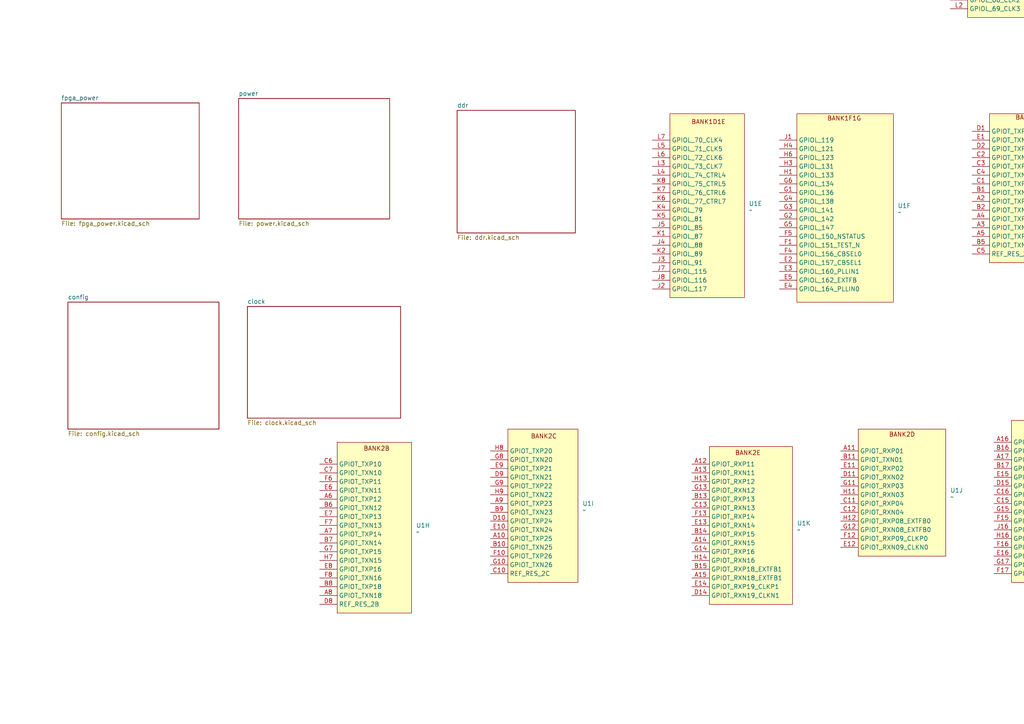
<source format=kicad_sch>
(kicad_sch (version 20231120) (generator "eeschema") (generator_version "8.0")
  (paper "A4")
  (lib_symbols
    (symbol "IC:T120F484"
      (property "Reference" "U" (at 3.81 -0.508 0))
      (symbol "T120F484_1_1"
        (rectangle (start 5.08 0) (end 20.32 -160.02) (fill (type background)))
        (text "GND" (at 12.7 -1.27 0) (effects (font (size 1.27 1.27))))
        (pin passive line (at 0 -2.54 0) (length 5.08) (name "GND") (number "A1"))
        (pin passive line (at 0 -5.08 0) (length 5.08) (name "GND") (number "A22"))
        (pin passive line (at 0 -7.62 0) (length 5.08) (name "GND") (number "AB1"))
        (pin passive line (at 0 -10.16 0) (length 5.08) (name "GND") (number "AB22"))
        (pin passive line (at 0 -12.7 0) (length 5.08) (name "GND") (number "B12"))
        (pin passive line (at 0 -15.24 0) (length 5.08) (name "GND") (number "B4"))
        (pin passive line (at 0 -17.78 0) (length 5.08) (name "GND") (number "D13"))
        (pin passive line (at 0 -20.32 0) (length 5.08) (name "GND") (number "D16"))
        (pin passive line (at 0 -22.86 0) (length 5.08) (name "GND") (number "D4"))
        (pin passive line (at 0 -25.4 0) (length 5.08) (name "GND") (number "D7"))
        (pin passive line (at 0 -27.94 0) (length 5.08) (name "GND") (number "E18"))
        (pin passive line (at 0 -30.48 0) (length 5.08) (name "GND") (number "E20"))
        (pin passive line (at 0 -33.02 0) (length 5.08) (name "GND") (number "F22"))
        (pin passive line (at 0 -35.56 0) (length 5.08) (name "GND") (number "H15"))
        (pin passive line (at 0 -38.1 0) (length 5.08) (name "GND") (number "H17"))
        (pin passive line (at 0 -40.64 0) (length 5.08) (name "GND") (number "H2"))
        (pin passive line (at 0 -43.18 0) (length 5.08) (name "GND") (number "H22"))
        (pin passive line (at 0 -45.72 0) (length 5.08) (name "GND") (number "H5"))
        (pin passive line (at 0 -48.26 0) (length 5.08) (name "GND") (number "J10"))
        (pin passive line (at 0 -50.8 0) (length 5.08) (name "GND") (number "J12"))
        (pin passive line (at 0 -53.34 0) (length 5.08) (name "GND") (number "J14"))
        (pin passive line (at 0 -55.88 0) (length 5.08) (name "GND") (number "J20"))
        (pin passive line (at 0 -58.42 0) (length 5.08) (name "GND") (number "K11"))
        (pin passive line (at 0 -60.96 0) (length 5.08) (name "GND") (number "K13"))
        (pin passive line (at 0 -63.5 0) (length 5.08) (name "GND") (number "K16"))
        (pin passive line (at 0 -66.04 0) (length 5.08) (name "GND") (number "K18"))
        (pin passive line (at 0 -68.58 0) (length 5.08) (name "GND") (number "K9"))
        (pin passive line (at 0 -71.12 0) (length 5.08) (name "GND") (number "L10"))
        (pin passive line (at 0 -73.66 0) (length 5.08) (name "GND") (number "L12"))
        (pin passive line (at 0 -76.2 0) (length 5.08) (name "GND") (number "L14"))
        (pin passive line (at 0 -78.74 0) (length 5.08) (name "GND") (number "L8"))
        (pin passive line (at 0 -81.28 0) (length 5.08) (name "GND") (number "M11"))
        (pin passive line (at 0 -83.82 0) (length 5.08) (name "GND") (number "M13"))
        (pin passive line (at 0 -86.36 0) (length 5.08) (name "GND") (number "M2"))
        (pin passive line (at 0 -88.9 0) (length 5.08) (name "GND") (number "M5"))
        (pin passive line (at 0 -91.44 0) (length 5.08) (name "GND") (number "M9"))
        (pin passive line (at 0 -93.98 0) (length 5.08) (name "GND") (number "N10"))
        (pin passive line (at 0 -96.52 0) (length 5.08) (name "GND") (number "N12"))
        (pin passive line (at 0 -99.06 0) (length 5.08) (name "GND") (number "N14"))
        (pin passive line (at 0 -101.6 0) (length 5.08) (name "GND") (number "N16"))
        (pin passive line (at 0 -104.14 0) (length 5.08) (name "GND") (number "N18"))
        (pin passive line (at 0 -106.68 0) (length 5.08) (name "GND") (number "N20"))
        (pin passive line (at 0 -109.22 0) (length 5.08) (name "GND") (number "N22"))
        (pin passive line (at 0 -111.76 0) (length 5.08) (name "GND") (number "N8"))
        (pin passive line (at 0 -114.3 0) (length 5.08) (name "GND") (number "P11"))
        (pin passive line (at 0 -116.84 0) (length 5.08) (name "GND") (number "P13"))
        (pin passive line (at 0 -119.38 0) (length 5.08) (name "GND") (number "P9"))
        (pin passive line (at 0 -121.92 0) (length 5.08) (name "GND") (number "T16"))
        (pin passive line (at 0 -124.46 0) (length 5.08) (name "GND") (number "T18"))
        (pin passive line (at 0 -127 0) (length 5.08) (name "GND") (number "T2"))
        (pin passive line (at 0 -129.54 0) (length 5.08) (name "GND") (number "T5"))
        (pin passive line (at 0 -132.08 0) (length 5.08) (name "GND") (number "T7"))
        (pin passive line (at 0 -134.62 0) (length 5.08) (name "GND") (number "U20"))
        (pin passive line (at 0 -137.16 0) (length 5.08) (name "GND") (number "U22"))
        (pin passive line (at 0 -139.7 0) (length 5.08) (name "GND") (number "W13"))
        (pin passive line (at 0 -142.24 0) (length 5.08) (name "GND") (number "W18"))
        (pin passive line (at 0 -144.78 0) (length 5.08) (name "GND") (number "Y11"))
        (pin passive line (at 0 -147.32 0) (length 5.08) (name "GND") (number "Y15"))
        (pin passive line (at 0 -149.86 0) (length 5.08) (name "GND") (number "Y2"))
        (pin passive line (at 0 -152.4 0) (length 5.08) (name "GND") (number "Y20"))
        (pin passive line (at 0 -154.94 0) (length 5.08) (name "GND") (number "Y5"))
        (pin passive line (at 0 -157.48 0) (length 5.08) (name "GND") (number "Y8"))
      )
      (symbol "T120F484_2_1"
        (rectangle (start -8.89 -3.81) (end 16.51 -160.02) (fill (type background)))
        (text "PWR" (at 3.81 -5.588 0) (effects (font (size 1.27 1.27))))
        (pin power_in line (at -13.97 -134.62 0) (length 5.08) (name "VCCIO4B") (number "AA14"))
        (pin power_in line (at -13.97 -24.13 0) (length 5.08) (name "VCCIO_DDR") (number "AA17"))
        (pin power_in line (at -13.97 -26.67 0) (length 5.08) (name "VCCIO_DDR") (number "AA19"))
        (pin power_in line (at -13.97 -29.21 0) (length 5.08) (name "VCCIO_DDR") (number "AA21"))
        (pin power_in line (at -13.97 -154.94 0) (length 5.08) (name "VCCIO4F") (number "AA4"))
        (pin power_in line (at -13.97 -124.46 0) (length 5.08) (name "VCCIO3D_TR_BR") (number "B18"))
        (pin power_in line (at -13.97 -93.98 0) (length 5.08) (name "VCCIO2A") (number "B3"))
        (pin power_in line (at -13.97 -114.3 0) (length 5.08) (name "VCCIO2E") (number "C14"))
        (pin power_in line (at -13.97 -119.38 0) (length 5.08) (name "VCCIO2F") (number "C17"))
        (pin power_in line (at -13.97 -127 0) (length 5.08) (name "VCCIO3D_TR_BR") (number "C20"))
        (pin power_in line (at -13.97 -99.06 0) (length 5.08) (name "VCCIO2B") (number "C8"))
        (pin power_in line (at -13.97 -104.14 0) (length 5.08) (name "VCCIO2C") (number "C9"))
        (pin power_in line (at -13.97 -109.22 0) (length 5.08) (name "VCCIO2D") (number "D12"))
        (pin power_in line (at -13.97 -16.51 0) (length 5.08) (name "VCCA_TR") (number "D17"))
        (pin power_in line (at -13.97 -96.52 0) (length 5.08) (name "VCCIO2A") (number "D3"))
        (pin power_in line (at -13.97 -13.97 0) (length 5.08) (name "VCCA_TL") (number "D5"))
        (pin power_in line (at -13.97 -101.6 0) (length 5.08) (name "VCCIO2B") (number "D6"))
        (pin power_in line (at -13.97 -19.05 0) (length 5.08) (name "VCCA_TR") (number "E17"))
        (pin power_in line (at -13.97 -111.76 0) (length 5.08) (name "VCCIO2D") (number "F11"))
        (pin power_in line (at -13.97 -116.84 0) (length 5.08) (name "VCCIO2E") (number "F14"))
        (pin power_in line (at -13.97 -31.75 0) (length 5.08) (name "VCCIO_DDR") (number "F19"))
        (pin power_in line (at -13.97 -88.9 0) (length 5.08) (name "VCCIO1F_1G") (number "F2"))
        (pin power_in line (at -13.97 -34.29 0) (length 5.08) (name "VCCIO_DDR") (number "F21"))
        (pin power_in line (at -13.97 -91.44 0) (length 5.08) (name "VCCIO1F_1G") (number "F3"))
        (pin power_in line (at -13.97 -106.68 0) (length 5.08) (name "VCCIO2C") (number "F9"))
        (pin power_in line (at -13.97 -121.92 0) (length 5.08) (name "VCCIO2F") (number "G16"))
        (pin power_in line (at -13.97 -36.83 0) (length 5.08) (name "VCCIO_DDR") (number "G18"))
        (pin power_in line (at 21.59 -6.35 180) (length 5.08) (name "VCC") (number "H10"))
        (pin power_in line (at 21.59 -8.89 180) (length 5.08) (name "VCC") (number "J11"))
        (pin power_in line (at 21.59 -11.43 180) (length 5.08) (name "VCC") (number "J13"))
        (pin power_in line (at 21.59 -13.97 180) (length 5.08) (name "VCC") (number "J15"))
        (pin power_in line (at -13.97 -39.37 0) (length 5.08) (name "VCCIO_DDR") (number "J17"))
        (pin power_in line (at -13.97 -41.91 0) (length 5.08) (name "VCCIO_DDR") (number "J19"))
        (pin power_in line (at -13.97 -44.45 0) (length 5.08) (name "VCCIO_DDR") (number "J21"))
        (pin power_in line (at -13.97 -83.82 0) (length 5.08) (name "VCCIO1D_1E") (number "J6"))
        (pin power_in line (at 21.59 -16.51 180) (length 5.08) (name "VCC") (number "J9"))
        (pin power_in line (at 21.59 -19.05 180) (length 5.08) (name "VCC") (number "K10"))
        (pin power_in line (at 21.59 -21.59 180) (length 5.08) (name "VCC") (number "K12"))
        (pin power_in line (at 21.59 -24.13 180) (length 5.08) (name "VCC") (number "K14"))
        (pin power_in line (at -13.97 -86.36 0) (length 5.08) (name "VCCIO1D_1E") (number "K3"))
        (pin power_in line (at 21.59 -26.67 180) (length 5.08) (name "VCC") (number "L11"))
        (pin power_in line (at 21.59 -29.21 180) (length 5.08) (name "VCC") (number "L13"))
        (pin power_in line (at 21.59 -31.75 180) (length 5.08) (name "VCC") (number "L9"))
        (pin power_in line (at 21.59 -34.29 180) (length 5.08) (name "VCC") (number "M10"))
        (pin power_in line (at 21.59 -36.83 180) (length 5.08) (name "VCC") (number "M12"))
        (pin power_in line (at 21.59 -39.37 180) (length 5.08) (name "VCC") (number "M14"))
        (pin power_in line (at -13.97 -46.99 0) (length 5.08) (name "VCCIO_DDR") (number "M17"))
        (pin power_in line (at -13.97 -49.53 0) (length 5.08) (name "VCCIO_DDR") (number "M19"))
        (pin power_in line (at -13.97 -52.07 0) (length 5.08) (name "VCCIO_DDR") (number "M21"))
        (pin power_in line (at 21.59 -41.91 180) (length 5.08) (name "VCC") (number "M8"))
        (pin power_in line (at 21.59 -44.45 180) (length 5.08) (name "VCC") (number "N11"))
        (pin power_in line (at 21.59 -46.99 180) (length 5.08) (name "VCC") (number "N13"))
        (pin power_in line (at -13.97 -8.89 0) (length 5.08) (name "VCCA_BR") (number "N15"))
        (pin power_in line (at -13.97 -76.2 0) (length 5.08) (name "VCCIO1B_1C") (number "N3"))
        (pin power_in line (at -13.97 -78.74 0) (length 5.08) (name "VCCIO1B_1C") (number "N6"))
        (pin power_in line (at 21.59 -49.53 180) (length 5.08) (name "VCC") (number "N9"))
        (pin power_in line (at 21.59 -52.07 180) (length 5.08) (name "VCC") (number "P10"))
        (pin power_in line (at 21.59 -54.61 180) (length 5.08) (name "VCC") (number "P12"))
        (pin power_in line (at 21.59 -57.15 180) (length 5.08) (name "VCC") (number "P14"))
        (pin power_in line (at -13.97 -11.43 0) (length 5.08) (name "VCCA_BR") (number "P15"))
        (pin power_in line (at 21.59 -59.69 180) (length 5.08) (name "VCC") (number "R11"))
        (pin power_in line (at -13.97 -54.61 0) (length 5.08) (name "VCCIO_DDR") (number "R17"))
        (pin power_in line (at -13.97 -57.15 0) (length 5.08) (name "VCCIO_DDR") (number "R19"))
        (pin power_in line (at -13.97 -59.69 0) (length 5.08) (name "VCCIO_DDR") (number "R21"))
        (pin power_in line (at -13.97 -81.28 0) (length 5.08) (name "VCCIO1B_1C") (number "R5"))
        (pin power_in line (at -13.97 -149.86 0) (length 5.08) (name "VCCIO4E") (number "R9"))
        (pin power_in line (at -13.97 -139.7 0) (length 5.08) (name "VCCIO4C") (number "T11"))
        (pin power_in line (at -13.97 -144.78 0) (length 5.08) (name "VCCIO4D") (number "T9"))
        (pin power_in line (at -13.97 -129.54 0) (length 5.08) (name "VCCIO4A") (number "U15"))
        (pin power_in line (at -13.97 -73.66 0) (length 5.08) (name "VCCIO1A") (number "U3"))
        (pin power_in line (at -13.97 -137.16 0) (length 5.08) (name "VCCIO4B") (number "V13"))
        (pin power_in line (at -13.97 -62.23 0) (length 5.08) (name "VCCIO_DDR") (number "V17"))
        (pin power_in line (at -13.97 -64.77 0) (length 5.08) (name "VCCIO_DDR") (number "V19"))
        (pin power_in line (at -13.97 -67.31 0) (length 5.08) (name "VCCIO_DDR") (number "V21"))
        (pin power_in line (at -13.97 -6.35 0) (length 5.08) (name "VCCA_BL") (number "W5"))
        (pin power_in line (at -13.97 -152.4 0) (length 5.08) (name "VCCIO4E") (number "W7"))
        (pin power_in line (at -13.97 -142.24 0) (length 5.08) (name "VCCIO4C") (number "Y12"))
        (pin power_in line (at -13.97 -132.08 0) (length 5.08) (name "VCCIO4A") (number "Y16"))
        (pin power_in line (at -13.97 -157.48 0) (length 5.08) (name "VCCIO4F") (number "Y3"))
        (pin power_in line (at -13.97 -147.32 0) (length 5.08) (name "VCCIO4D") (number "Y9"))
      )
      (symbol "T120F484_3_1"
        (rectangle (start 5.08 0) (end 33.02 -40.64) (fill (type background)))
        (text "BANK1A" (at 19.558 -1.27 0) (effects (font (size 1.27 1.27))))
        (pin input line (at 0 -30.48 0) (length 5.08) (name "TCK") (number "T1"))
        (pin output line (at 0 -35.56 0) (length 5.08) (name "TDO") (number "T3"))
        (pin bidirectional line (at 0 -27.94 0) (length 5.08) (name "GPIOL_13_CBUS2") (number "T4"))
        (pin input line (at 0 -38.1 0) (length 5.08) (name "TMS") (number "U1"))
        (pin input line (at 0 -33.02 0) (length 5.08) (name "TDI") (number "U2"))
        (pin bidirectional line (at 0 -22.86 0) (length 5.08) (name "GPIOL_11_CBUS0") (number "U4"))
        (pin bidirectional line (at 0 -15.24 0) (length 5.08) (name "GPIOL_05_CSO") (number "U5"))
        (pin bidirectional line (at 0 -25.4 0) (length 5.08) (name "GPIOL_12_CBUS1") (number "U6"))
        (pin bidirectional line (at 0 -20.32 0) (length 5.08) (name "GPIOL_09_CDI1") (number "V1"))
        (pin bidirectional line (at 0 -17.78 0) (length 5.08) (name "GPIOL_08_CDI0") (number "V2"))
        (pin bidirectional line (at 0 -7.62 0) (length 5.08) (name "GPIOL_00_SS_N") (number "V3"))
        (pin input line (at 0 -5.08 0) (length 5.08) (name "CRESET_N") (number "V4"))
        (pin output line (at 0 -2.54 0) (length 5.08) (name "CDONE") (number "V5"))
        (pin bidirectional line (at 0 -12.7 0) (length 5.08) (name "GPIOL_04_CSI") (number "V6"))
        (pin bidirectional line (at 0 -10.16 0) (length 5.08) (name "GPIOL_01_CCK") (number "W1"))
      )
      (symbol "T120F484_4_1"
        (rectangle (start 5.08 3.81) (end 30.48 -73.66) (fill (type background)))
        (text "BANK1B1C" (at 19.05 1.778 0) (effects (font (size 1.27 1.27))))
        (pin bidirectional line (at 0 -68.58 0) (length 5.08) (name "GPIOL_68_CLK2") (number "L1"))
        (pin bidirectional line (at 0 -71.12 0) (length 5.08) (name "GPIOL_69_CLK3") (number "L2"))
        (pin bidirectional line (at 0 -60.96 0) (length 5.08) (name "GPIOL_65_CTRL3") (number "M1"))
        (pin bidirectional line (at 0 -66.04 0) (length 5.08) (name "GPIOL_67_CLK1") (number "M3"))
        (pin bidirectional line (at 0 -58.42 0) (length 5.08) (name "GPIOL_64_CTRL2") (number "M4"))
        (pin bidirectional line (at 0 -63.5 0) (length 5.08) (name "GPIOL_66_CLK0") (number "M6"))
        (pin bidirectional line (at 0 -50.8 0) (length 5.08) (name "GPIOL_58") (number "M7"))
        (pin bidirectional line (at 0 -53.34 0) (length 5.08) (name "GPIOL_62_CTRL0") (number "N1"))
        (pin bidirectional line (at 0 -55.88 0) (length 5.08) (name "GPIOL_63_CTRL1") (number "N2"))
        (pin bidirectional line (at 0 -48.26 0) (length 5.08) (name "GPIOL_56") (number "N4"))
        (pin bidirectional line (at 0 -45.72 0) (length 5.08) (name "GPIOL_53") (number "N5"))
        (pin bidirectional line (at 0 -27.94 0) (length 5.08) (name "GPIOL_40") (number "N7"))
        (pin bidirectional line (at 0 -43.18 0) (length 5.08) (name "GPIOL_52") (number "P1"))
        (pin bidirectional line (at 0 -38.1 0) (length 5.08) (name "GPIOL_50") (number "P2"))
        (pin bidirectional line (at 0 -40.64 0) (length 5.08) (name "GPIOL_51") (number "P3"))
        (pin bidirectional line (at 0 -25.4 0) (length 5.08) (name "GPIOL_36") (number "P4"))
        (pin bidirectional line (at 0 -33.02 0) (length 5.08) (name "GPIOL_47") (number "P5"))
        (pin bidirectional line (at 0 -30.48 0) (length 5.08) (name "GPIOL_45") (number "P6"))
        (pin bidirectional line (at 0 -22.86 0) (length 5.08) (name "GPIOL_24_CDI7") (number "P7"))
        (pin bidirectional line (at 0 -20.32 0) (length 5.08) (name "GPIOL_22_CDI6") (number "P8"))
        (pin bidirectional line (at 0 -35.56 0) (length 5.08) (name "GPIOL_49") (number "R1"))
        (pin bidirectional line (at 0 -5.08 0) (length 5.08) (name "GPIOL_15_PLLIN0") (number "R2"))
        (pin bidirectional line (at 0 -10.16 0) (length 5.08) (name "GPIOL_17_EXTFB0") (number "R3"))
        (pin bidirectional line (at 0 -15.24 0) (length 5.08) (name "GPIOL_19_PLLIN1") (number "R4"))
        (pin bidirectional line (at 0 -17.78 0) (length 5.08) (name "GPIOL_20_CDI5") (number "R6"))
        (pin bidirectional line (at 0 -12.7 0) (length 5.08) (name "GPIOL_18_CDI4") (number "R7"))
        (pin bidirectional line (at 0 -7.62 0) (length 5.08) (name "GPIOL_16_CDI3") (number "R8"))
        (pin bidirectional line (at 0 -2.54 0) (length 5.08) (name "GPIOL_14_CDI2") (number "T6"))
      )
      (symbol "T120F484_5_1"
        (rectangle (start 5.08 5.08) (end 26.67 -48.26) (fill (type background)))
        (text "BANK1D1E" (at 16.256 2.794 0) (effects (font (size 1.27 1.27))))
        (pin bidirectional line (at 0 -45.72 0) (length 5.08) (name "GPIOL_117") (number "J2"))
        (pin bidirectional line (at 0 -38.1 0) (length 5.08) (name "GPIOL_91") (number "J3"))
        (pin bidirectional line (at 0 -33.02 0) (length 5.08) (name "GPIOL_88") (number "J4"))
        (pin bidirectional line (at 0 -27.94 0) (length 5.08) (name "GPIOL_85") (number "J5"))
        (pin bidirectional line (at 0 -40.64 0) (length 5.08) (name "GPIOL_115") (number "J7"))
        (pin bidirectional line (at 0 -43.18 0) (length 5.08) (name "GPIOL_116") (number "J8"))
        (pin bidirectional line (at 0 -30.48 0) (length 5.08) (name "GPIOL_87") (number "K1"))
        (pin bidirectional line (at 0 -35.56 0) (length 5.08) (name "GPIOL_89") (number "K2"))
        (pin bidirectional line (at 0 -22.86 0) (length 5.08) (name "GPIOL_79") (number "K4"))
        (pin bidirectional line (at 0 -25.4 0) (length 5.08) (name "GPIOL_81") (number "K5"))
        (pin bidirectional line (at 0 -20.32 0) (length 5.08) (name "GPIOL_77_CTRL7") (number "K6"))
        (pin bidirectional line (at 0 -17.78 0) (length 5.08) (name "GPIOL_76_CTRL6") (number "K7"))
        (pin bidirectional line (at 0 -15.24 0) (length 5.08) (name "GPIOL_75_CTRL5") (number "K8"))
        (pin bidirectional line (at 0 -10.16 0) (length 5.08) (name "GPIOL_73_CLK7") (number "L3"))
        (pin bidirectional line (at 0 -12.7 0) (length 5.08) (name "GPIOL_74_CTRL4") (number "L4"))
        (pin bidirectional line (at 0 -5.08 0) (length 5.08) (name "GPIOL_71_CLK5") (number "L5"))
        (pin bidirectional line (at 0 -7.62 0) (length 5.08) (name "GPIOL_72_CLK6") (number "L6"))
        (pin bidirectional line (at 0 -2.54 0) (length 5.08) (name "GPIOL_70_CLK4") (number "L7"))
      )
      (symbol "T120F484_6_1"
        (rectangle (start 5.08 3.81) (end 33.02 -50.8) (fill (type background)))
        (text "BANK1F1G" (at 18.796 2.54 0) (effects (font (size 1.27 1.27))))
        (pin bidirectional line (at 0 -39.37 0) (length 5.08) (name "GPIOL_157_CBSEL1") (number "E2"))
        (pin bidirectional line (at 0 -41.91 0) (length 5.08) (name "GPIOL_160_PLLIN1") (number "E3"))
        (pin bidirectional line (at 0 -46.99 0) (length 5.08) (name "GPIOL_164_PLLIN0") (number "E4"))
        (pin bidirectional line (at 0 -44.45 0) (length 5.08) (name "GPIOL_162_EXTFB") (number "E5"))
        (pin bidirectional line (at 0 -34.29 0) (length 5.08) (name "GPIOL_151_TEST_N") (number "F1"))
        (pin bidirectional line (at 0 -36.83 0) (length 5.08) (name "GPIOL_156_CBSEL0") (number "F4"))
        (pin bidirectional line (at 0 -31.75 0) (length 5.08) (name "GPIOL_150_NSTATUS") (number "F5"))
        (pin bidirectional line (at 0 -19.05 0) (length 5.08) (name "GPIOL_136") (number "G1"))
        (pin bidirectional line (at 0 -26.67 0) (length 5.08) (name "GPIOL_142") (number "G2"))
        (pin bidirectional line (at 0 -24.13 0) (length 5.08) (name "GPIOL_141") (number "G3"))
        (pin bidirectional line (at 0 -21.59 0) (length 5.08) (name "GPIOL_138") (number "G4"))
        (pin bidirectional line (at 0 -29.21 0) (length 5.08) (name "GPIOL_147") (number "G5"))
        (pin bidirectional line (at 0 -16.51 0) (length 5.08) (name "GPIOL_134") (number "G6"))
        (pin bidirectional line (at 0 -13.97 0) (length 5.08) (name "GPIOL_133") (number "H1"))
        (pin bidirectional line (at 0 -11.43 0) (length 5.08) (name "GPIOL_131") (number "H3"))
        (pin bidirectional line (at 0 -6.35 0) (length 5.08) (name "GPIOL_121") (number "H4"))
        (pin bidirectional line (at 0 -8.89 0) (length 5.08) (name "GPIOL_123") (number "H6"))
        (pin bidirectional line (at 0 -3.81 0) (length 5.08) (name "GPIOL_119") (number "J1"))
      )
      (symbol "T120F484_7_1"
        (rectangle (start 5.08 3.81) (end 25.4 -39.37) (fill (type background)))
        (text "BANK2A" (at 16.256 2.794 0) (effects (font (size 1.27 1.27))))
        (pin bidirectional line (at 0 -21.59 0) (length 5.08) (name "GPIOT_TXP05") (number "A2"))
        (pin bidirectional line (at 0 -29.21 0) (length 5.08) (name "GPIOT_TXN06") (number "A3"))
        (pin bidirectional line (at 0 -26.67 0) (length 5.08) (name "GPIOT_TXP06") (number "A4"))
        (pin bidirectional line (at 0 -31.75 0) (length 5.08) (name "GPIOT_TXP07") (number "A5"))
        (pin bidirectional line (at 0 -19.05 0) (length 5.08) (name "GPIOT_TXN04") (number "B1"))
        (pin bidirectional line (at 0 -24.13 0) (length 5.08) (name "GPIOT_TXN05") (number "B2"))
        (pin bidirectional line (at 0 -34.29 0) (length 5.08) (name "GPIOT_TXN07") (number "B5"))
        (pin bidirectional line (at 0 -16.51 0) (length 5.08) (name "GPIOT_TXP04") (number "C1"))
        (pin bidirectional line (at 0 -8.89 0) (length 5.08) (name "GPIOT_TXN02") (number "C2"))
        (pin bidirectional line (at 0 -11.43 0) (length 5.08) (name "GPIOT_TXP03") (number "C3"))
        (pin bidirectional line (at 0 -13.97 0) (length 5.08) (name "GPIOT_TXN03") (number "C4"))
        (pin passive line (at 0 -36.83 0) (length 5.08) (name "REF_RES_2A") (number "C5"))
        (pin bidirectional line (at 0 -1.27 0) (length 5.08) (name "GPIOT_TXP01") (number "D1"))
        (pin bidirectional line (at 0 -6.35 0) (length 5.08) (name "GPIOT_TXP02") (number "D2"))
        (pin bidirectional line (at 0 -3.81 0) (length 5.08) (name "GPIOT_TXN01") (number "E1"))
      )
      (symbol "T120F484_8_1"
        (rectangle (start 6.35 2.54) (end 27.94 -46.99) (fill (type background)))
        (text "BANK2B" (at 17.78 0.762 0) (effects (font (size 1.27 1.27))))
        (pin bidirectional line (at 1.27 -13.97 0) (length 5.08) (name "GPIOT_TXP12") (number "A6"))
        (pin bidirectional line (at 1.27 -24.13 0) (length 5.08) (name "GPIOT_TXP14") (number "A7"))
        (pin bidirectional line (at 1.27 -41.91 0) (length 5.08) (name "GPIOT_TXN18") (number "A8"))
        (pin bidirectional line (at 1.27 -16.51 0) (length 5.08) (name "GPIOT_TXN12") (number "B6"))
        (pin bidirectional line (at 1.27 -26.67 0) (length 5.08) (name "GPIOT_TXN14") (number "B7"))
        (pin bidirectional line (at 1.27 -39.37 0) (length 5.08) (name "GPIOT_TXP18") (number "B8"))
        (pin bidirectional line (at 1.27 -3.81 0) (length 5.08) (name "GPIOT_TXP10") (number "C6"))
        (pin bidirectional line (at 1.27 -6.35 0) (length 5.08) (name "GPIOT_TXN10") (number "C7"))
        (pin passive line (at 1.27 -44.45 0) (length 5.08) (name "REF_RES_2B") (number "D8"))
        (pin bidirectional line (at 1.27 -11.43 0) (length 5.08) (name "GPIOT_TXN11") (number "E6"))
        (pin bidirectional line (at 1.27 -19.05 0) (length 5.08) (name "GPIOT_TXP13") (number "E7"))
        (pin bidirectional line (at 1.27 -34.29 0) (length 5.08) (name "GPIOT_TXP16") (number "E8"))
        (pin bidirectional line (at 1.27 -8.89 0) (length 5.08) (name "GPIOT_TXP11") (number "F6"))
        (pin bidirectional line (at 1.27 -21.59 0) (length 5.08) (name "GPIOT_TXN13") (number "F7"))
        (pin bidirectional line (at 1.27 -36.83 0) (length 5.08) (name "GPIOT_TXN16") (number "F8"))
        (pin bidirectional line (at 1.27 -29.21 0) (length 5.08) (name "GPIOT_TXP15") (number "G7"))
        (pin bidirectional line (at 1.27 -31.75 0) (length 5.08) (name "GPIOT_TXN15") (number "H7"))
      )
      (symbol "T120F484_9_1"
        (rectangle (start 5.08 2.54) (end 25.4 -41.91) (fill (type background)))
        (text "BANK2C" (at 15.494 0.508 0) (effects (font (size 1.27 1.27))))
        (pin bidirectional line (at 0 -29.21 0) (length 5.08) (name "GPIOT_TXP25") (number "A10"))
        (pin bidirectional line (at 0 -19.05 0) (length 5.08) (name "GPIOT_TXP23") (number "A9"))
        (pin bidirectional line (at 0 -31.75 0) (length 5.08) (name "GPIOT_TXN25") (number "B10"))
        (pin bidirectional line (at 0 -21.59 0) (length 5.08) (name "GPIOT_TXN23") (number "B9"))
        (pin passive line (at 0 -39.37 0) (length 5.08) (name "REF_RES_2C") (number "C10"))
        (pin bidirectional line (at 0 -24.13 0) (length 5.08) (name "GPIOT_TXP24") (number "D10"))
        (pin bidirectional line (at 0 -11.43 0) (length 5.08) (name "GPIOT_TXN21") (number "D9"))
        (pin bidirectional line (at 0 -26.67 0) (length 5.08) (name "GPIOT_TXN24") (number "E10"))
        (pin bidirectional line (at 0 -8.89 0) (length 5.08) (name "GPIOT_TXP21") (number "E9"))
        (pin bidirectional line (at 0 -34.29 0) (length 5.08) (name "GPIOT_TXP26") (number "F10"))
        (pin bidirectional line (at 0 -36.83 0) (length 5.08) (name "GPIOT_TXN26") (number "G10"))
        (pin bidirectional line (at 0 -6.35 0) (length 5.08) (name "GPIOT_TXN20") (number "G8"))
        (pin bidirectional line (at 0 -13.97 0) (length 5.08) (name "GPIOT_TXP22") (number "G9"))
        (pin bidirectional line (at 0 -3.81 0) (length 5.08) (name "GPIOT_TXP20") (number "H8"))
        (pin bidirectional line (at 0 -16.51 0) (length 5.08) (name "GPIOT_TXN22") (number "H9"))
      )
      (symbol "T120F484_10_1"
        (rectangle (start 5.08 0) (end 30.48 -36.83) (fill (type background)))
        (text "BANK2D" (at 17.78 -1.524 0) (effects (font (size 1.27 1.27))))
        (pin bidirectional line (at 0 -6.35 0) (length 5.08) (name "GPIOT_RXP01") (number "A11"))
        (pin bidirectional line (at 0 -8.89 0) (length 5.08) (name "GPIOT_TXN01") (number "B11"))
        (pin bidirectional line (at 0 -21.59 0) (length 5.08) (name "GPIOT_RXP04") (number "C11"))
        (pin bidirectional line (at 0 -24.13 0) (length 5.08) (name "GPIOT_RXN04") (number "C12"))
        (pin bidirectional line (at 0 -13.97 0) (length 5.08) (name "GPIOT_RXN02") (number "D11"))
        (pin bidirectional line (at 0 -11.43 0) (length 5.08) (name "GPIOT_RXP02") (number "E11"))
        (pin bidirectional line (at 0 -34.29 0) (length 5.08) (name "GPIOT_RXN09_CLKN0") (number "E12"))
        (pin bidirectional line (at 0 -31.75 0) (length 5.08) (name "GPIOT_RXP09_CLKP0") (number "F12"))
        (pin bidirectional line (at 0 -16.51 0) (length 5.08) (name "GPIOT_RXP03") (number "G11"))
        (pin bidirectional line (at 0 -29.21 0) (length 5.08) (name "GPIOT_RXN08_EXTFB0") (number "G12"))
        (pin bidirectional line (at 0 -19.05 0) (length 5.08) (name "GPIOT_RXN03") (number "H11"))
        (pin bidirectional line (at 0 -26.67 0) (length 5.08) (name "GPIOT_RXP08_EXTFB0") (number "H12"))
      )
      (symbol "T120F484_11_1"
        (rectangle (start 5.08 0) (end 29.21 -45.72) (fill (type background)))
        (text "BANK2E" (at 16.256 -1.778 0) (effects (font (size 1.27 1.27))))
        (pin bidirectional line (at 0 -5.08 0) (length 5.08) (name "GPIOT_RXP11") (number "A12"))
        (pin bidirectional line (at 0 -7.62 0) (length 5.08) (name "GPIOT_RXN11") (number "A13"))
        (pin bidirectional line (at 0 -27.94 0) (length 5.08) (name "GPIOT_RXN15") (number "A14"))
        (pin bidirectional line (at 0 -38.1 0) (length 5.08) (name "GPIOT_RXN18_EXTFB1") (number "A15"))
        (pin bidirectional line (at 0 -15.24 0) (length 5.08) (name "GPIOT_RXP13") (number "B13"))
        (pin bidirectional line (at 0 -25.4 0) (length 5.08) (name "GPIOT_RXP15") (number "B14"))
        (pin bidirectional line (at 0 -35.56 0) (length 5.08) (name "GPIOT_RXP18_EXTFB1") (number "B15"))
        (pin bidirectional line (at 0 -17.78 0) (length 5.08) (name "GPIOT_RXN13") (number "C13"))
        (pin bidirectional line (at 0 -43.18 0) (length 5.08) (name "GPIOT_RXN19_CLKN1") (number "D14"))
        (pin bidirectional line (at 0 -22.86 0) (length 5.08) (name "GPIOT_RXN14") (number "E13"))
        (pin bidirectional line (at 0 -40.64 0) (length 5.08) (name "GPIOT_RXP19_CLKP1") (number "E14"))
        (pin bidirectional line (at 0 -20.32 0) (length 5.08) (name "GPIOT_RXP14") (number "F13"))
        (pin bidirectional line (at 0 -12.7 0) (length 5.08) (name "GPIOT_RXN12") (number "G13"))
        (pin bidirectional line (at 0 -30.48 0) (length 5.08) (name "GPIOT_RXP16") (number "G14"))
        (pin bidirectional line (at 0 -10.16 0) (length 5.08) (name "GPIOT_RXP12") (number "H13"))
        (pin bidirectional line (at 0 -33.02 0) (length 5.08) (name "GPIOT_RXN16") (number "H14"))
      )
      (symbol "T120F484_12_1"
        (rectangle (start 5.08 1.27) (end 29.21 -45.72) (fill (type background)))
        (text "BANK2F" (at 16.51 -0.254 0) (effects (font (size 1.27 1.27))))
        (pin bidirectional line (at 0 -5.08 0) (length 5.08) (name "GPIOT_RXP20") (number "A16"))
        (pin bidirectional line (at 0 -10.16 0) (length 5.08) (name "GPIOT_RXP21") (number "A17"))
        (pin bidirectional line (at 0 -7.62 0) (length 5.08) (name "GPIOT_RXN20") (number "B16"))
        (pin bidirectional line (at 0 -12.7 0) (length 5.08) (name "GPIOT_RXN21") (number "B17"))
        (pin bidirectional line (at 0 -22.86 0) (length 5.08) (name "GPIOT_RXN23") (number "C15"))
        (pin bidirectional line (at 0 -20.32 0) (length 5.08) (name "GPIOT_RXP23") (number "C16"))
        (pin bidirectional line (at 0 -17.78 0) (length 5.08) (name "GPIOT_RXN22") (number "D15"))
        (pin bidirectional line (at 0 -15.24 0) (length 5.08) (name "GPIOT_RXP22") (number "E15"))
        (pin bidirectional line (at 0 -38.1 0) (length 5.08) (name "GPIOT_RXN28_EXTFB2") (number "E16"))
        (pin bidirectional line (at 0 -27.94 0) (length 5.08) (name "GPIOT_RXN24") (number "F15"))
        (pin bidirectional line (at 0 -35.56 0) (length 5.08) (name "GPIOT_RXP28_EXTFB2") (number "F16"))
        (pin bidirectional line (at 0 -43.18 0) (length 5.08) (name "GPIOT_RXN29_CLKN2") (number "F17"))
        (pin bidirectional line (at 0 -25.4 0) (length 5.08) (name "GPIOT_RXP24") (number "G15"))
        (pin bidirectional line (at 0 -40.64 0) (length 5.08) (name "GPIOT_RXP28_CLKP2") (number "G17"))
        (pin bidirectional line (at 0 -33.02 0) (length 5.08) (name "GPIOT_RXN27") (number "H16"))
        (pin bidirectional line (at 0 -30.48 0) (length 5.08) (name "GPIOT_RXP27") (number "J16"))
      )
      (symbol "T120F484_13_1"
        (rectangle (start 5.08 2.54) (end 30.48 -44.45) (fill (type background)))
        (text "BANK3D" (at 18.034 0.762 0) (effects (font (size 1.27 1.27))))
        (pin bidirectional line (at 0 -13.97 0) (length 5.08) (name "GPIOR_173_CLK15") (number "A20"))
        (pin bidirectional line (at 0 -19.05 0) (length 5.08) (name "GPIOR_176_CLK13") (number "A21"))
        (pin bidirectional line (at 0 -8.89 0) (length 5.08) (name "GPIOR_172_CTRL13") (number "B19"))
        (pin bidirectional line (at 0 -16.51 0) (length 5.08) (name "GPIOR_175_CLK14") (number "B20"))
        (pin bidirectional line (at 0 -21.59 0) (length 5.08) (name "GPIOR_177_CLK12") (number "B21"))
        (pin bidirectional line (at 0 -29.21 0) (length 5.08) (name "GPIOR_180_CLK9") (number "B22"))
        (pin bidirectional line (at 0 -6.35 0) (length 5.08) (name "GPIOR_171_CTRL14") (number "C19"))
        (pin bidirectional line (at 0 -24.13 0) (length 5.08) (name "GPIOR_178_CLK11") (number "C21"))
        (pin bidirectional line (at 0 -34.29 0) (length 5.08) (name "GPIOR_182_CTRL11") (number "C22"))
        (pin bidirectional line (at 0 -11.43 0) (length 5.08) (name "GPIOR_173_CTRL12") (number "D19"))
        (pin bidirectional line (at 0 -26.67 0) (length 5.08) (name "GPIOR_179_CLK10") (number "D20"))
        (pin bidirectional line (at 0 -39.37 0) (length 5.08) (name "GPIOR_184_CTRL9") (number "D21"))
        (pin bidirectional line (at 0 -36.83 0) (length 5.08) (name "CPIOR_183_CTRL10") (number "D22"))
        (pin bidirectional line (at 0 -3.81 0) (length 5.08) (name "GPIOR_170_CTRL15") (number "E19"))
        (pin bidirectional line (at 0 -31.75 0) (length 5.08) (name "GPIOR_181_CLK8") (number "E21"))
        (pin bidirectional line (at 0 -41.91 0) (length 5.08) (name "GPIOR_185_CTRL8") (number "E22"))
      )
      (symbol "T120F484_14_1"
        (rectangle (start -8.89 -241.3) (end 11.43 2.54) (fill (type background)))
        (text "BANK3E" (at 1.524 1.016 0) (effects (font (size 1.27 1.27))))
        (pin bidirectional line (at 16.51 -208.28 180) (length 5.08) (name "DDR_DQ31") (number "AA18"))
        (pin bidirectional line (at 16.51 -195.58 180) (length 5.08) (name "DDR_DQ26") (number "AA20"))
        (pin bidirectional line (at 16.51 -198.12 180) (length 5.08) (name "DDR_DQ27") (number "AA22"))
        (pin bidirectional line (at 16.51 -205.74 180) (length 5.08) (name "DDR_DQ30") (number "AB18"))
        (pin bidirectional line (at 16.51 -200.66 180) (length 5.08) (name "DDR_DQ28") (number "AB19"))
        (pin bidirectional line (at 16.51 -215.9 180) (length 5.08) (name "DDR_DQS_N3") (number "AB20"))
        (pin bidirectional line (at 16.51 -213.36 180) (length 5.08) (name "DDR_DQS3") (number "AB21"))
        (pin bidirectional line (at 16.51 -147.32 180) (length 5.08) (name "DDR_DQ15") (number "F18"))
        (pin bidirectional line (at 16.51 -144.78 180) (length 5.08) (name "DDR_DQ14") (number "F20"))
        (pin bidirectional line (at 16.51 -139.7 180) (length 5.08) (name "DDR_DQ12") (number "G19"))
        (pin bidirectional line (at 16.51 -152.4 180) (length 5.08) (name "DDR_DQS1") (number "G20"))
        (pin bidirectional line (at 16.51 -154.94 180) (length 5.08) (name "DDR_DQS_N1") (number "G21"))
        (pin output line (at 16.51 -223.52 180) (length 5.08) (name "DDR_DM1") (number "G22"))
        (pin bidirectional line (at 16.51 -116.84 180) (length 5.08) (name "DDR_DQ7") (number "H18"))
        (pin bidirectional line (at 16.51 -137.16 180) (length 5.08) (name "DDR_DQ11") (number "H19"))
        (pin bidirectional line (at 16.51 -134.62 180) (length 5.08) (name "DDR_DQ10") (number "H20"))
        (pin bidirectional line (at 16.51 -142.24 180) (length 5.08) (name "DDR_DQ13") (number "H21"))
        (pin bidirectional line (at 16.51 -111.76 180) (length 5.08) (name "DDR_DQ5") (number "J18"))
        (pin bidirectional line (at 16.51 -129.54 180) (length 5.08) (name "DDR_DQ8") (number "J22"))
        (pin bidirectional line (at 16.51 -233.68 180) (length 5.08) (name "DDR_VREF") (number "K17"))
        (pin output line (at 16.51 -220.98 180) (length 5.08) (name "DDR_DM0") (number "K19"))
        (pin bidirectional line (at 16.51 -104.14 180) (length 5.08) (name "DDR_DQ2") (number "K20"))
        (pin bidirectional line (at 16.51 -99.06 180) (length 5.08) (name "DDR_DQ0") (number "K21"))
        (pin bidirectional line (at 16.51 -132.08 180) (length 5.08) (name "DDR_DQ9") (number "K22"))
        (pin output line (at 16.51 -12.7 180) (length 5.08) (name "DDR_CKE") (number "L16"))
        (pin output line (at 16.51 -58.42 180) (length 5.08) (name "DDR_A1") (number "L17"))
        (pin bidirectional line (at 16.51 -114.3 180) (length 5.08) (name "DDR_DQ6") (number "L18"))
        (pin bidirectional line (at 16.51 -109.22 180) (length 5.08) (name "DDR_DQ4") (number "L19"))
        (pin bidirectional line (at 16.51 -106.68 180) (length 5.08) (name "DDR_DQ3") (number "L20"))
        (pin bidirectional line (at 16.51 -121.92 180) (length 5.08) (name "DDR_DQS0") (number "L21"))
        (pin bidirectional line (at 16.51 -124.46 180) (length 5.08) (name "DDR_DQS_N0") (number "L22"))
        (pin output line (at 16.51 -27.94 180) (length 5.08) (name "DDR_CAS_N") (number "M16"))
        (pin output line (at 16.51 -55.88 180) (length 5.08) (name "DDR_A0") (number "M18"))
        (pin output line (at 16.51 -71.12 180) (length 5.08) (name "DDR_A6") (number "M20"))
        (pin bidirectional line (at 16.51 -101.6 180) (length 5.08) (name "DDR_DQ1") (number "M22"))
        (pin output line (at 16.51 -60.96 180) (length 5.08) (name "DDR_A2") (number "N17"))
        (pin output line (at 16.51 -66.04 180) (length 5.08) (name "DDR_A4") (number "N19"))
        (pin output line (at 16.51 -5.08 180) (length 5.08) (name "DDR_CK") (number "N21"))
        (pin output line (at 16.51 -17.78 180) (length 5.08) (name "DDR_CS_N") (number "P16"))
        (pin output line (at 16.51 -73.66 180) (length 5.08) (name "DDR_A7") (number "P17"))
        (pin output line (at 16.51 -236.22 180) (length 5.08) (name "DDR_ZQ") (number "P18"))
        (pin output line (at 16.51 -76.2 180) (length 5.08) (name "DDR_A8") (number "P19"))
        (pin output line (at 16.51 -63.5 180) (length 5.08) (name "DDR_A3") (number "P20"))
        (pin output line (at 16.51 -7.62 180) (length 5.08) (name "DDR_CK_N") (number "P21"))
        (pin output line (at 16.51 -81.28 180) (length 5.08) (name "DDR_A10") (number "P22"))
        (pin output line (at 16.51 -30.48 180) (length 5.08) (name "DDR_RAS_N") (number "R16"))
        (pin output line (at 16.51 -91.44 180) (length 5.08) (name "DDR_A14") (number "R18"))
        (pin output line (at 16.51 -78.74 180) (length 5.08) (name "DDR_A9") (number "R20"))
        (pin output line (at 16.51 -83.82 180) (length 5.08) (name "DDR_A11") (number "R22"))
        (pin output line (at 16.51 -48.26 180) (length 5.08) (name "DDR_BA1") (number "T17"))
        (pin output line (at 16.51 -68.58 180) (length 5.08) (name "DDR_A5") (number "T19"))
        (pin output line (at 16.51 -86.36 180) (length 5.08) (name "DDR_A12") (number "T20"))
        (pin output line (at 16.51 -88.9 180) (length 5.08) (name "DDR_A13") (number "T21"))
        (pin bidirectional line (at 16.51 -162.56 180) (length 5.08) (name "DDR_DQ17") (number "T22"))
        (pin output line (at 16.51 -35.56 180) (length 5.08) (name "DDR_WE_N") (number "U16"))
        (pin output line (at 16.51 -93.98 180) (length 5.08) (name "DDR_A15") (number "U17"))
        (pin bidirectional line (at 16.51 -170.18 180) (length 5.08) (name "DDR_DQ20") (number "U18"))
        (pin bidirectional line (at 16.51 -160.02 180) (length 5.08) (name "DDR_DQ16") (number "U19"))
        (pin bidirectional line (at 16.51 -167.64 180) (length 5.08) (name "DDR_DQ19") (number "U21"))
        (pin output line (at 16.51 -45.72 180) (length 5.08) (name "DDR_BA0") (number "V16"))
        (pin bidirectional line (at 16.51 -177.8 180) (length 5.08) (name "DDR_DQ23") (number "V18"))
        (pin output line (at 16.51 -226.06 180) (length 5.08) (name "DDR_DM2") (number "V20"))
        (pin bidirectional line (at 16.51 -182.88 180) (length 5.08) (name "DDR_DQS2") (number "V22"))
        (pin output line (at 16.51 -50.8 180) (length 5.08) (name "DDR_BA2") (number "W16"))
        (pin output line (at 16.51 -40.64 180) (length 5.08) (name "DDR_ODT") (number "W17"))
        (pin bidirectional line (at 16.51 -175.26 180) (length 5.08) (name "DDR_DQ22") (number "W19"))
        (pin bidirectional line (at 16.51 -172.72 180) (length 5.08) (name "DDR_DQ21") (number "W20"))
        (pin bidirectional line (at 16.51 -165.1 180) (length 5.08) (name "DDR_DQ18") (number "W21"))
        (pin bidirectional line (at 16.51 -185.42 180) (length 5.08) (name "DDR_DQS_N2") (number "W22"))
        (pin output line (at 16.51 -22.86 180) (length 5.08) (name "DDR_RST_N") (number "Y17"))
        (pin bidirectional line (at 16.51 -203.2 180) (length 5.08) (name "DDR_DQ29") (number "Y18"))
        (pin output line (at 16.51 -228.6 180) (length 5.08) (name "DDR_DM3") (number "Y19"))
        (pin bidirectional line (at 16.51 -190.5 180) (length 5.08) (name "DDR_DQ24") (number "Y21"))
        (pin bidirectional line (at 16.51 -193.04 180) (length 5.08) (name "DDR_DQ25") (number "Y22"))
      )
      (symbol "T120F484_15_1"
        (rectangle (start 5.08 1.27) (end 31.75 -24.13) (fill (type background)))
        (text "BANK4A" (at 19.05 -0.254 0) (effects (font (size 1.27 1.27))))
        (pin bidirectional line (at 0 -6.35 0) (length 5.08) (name "GPIOB_RXN20") (number "AA15"))
        (pin bidirectional line (at 0 -3.81 0) (length 5.08) (name "GPIOB_RXP20") (number "AA16"))
        (pin bidirectional line (at 0 -13.97 0) (length 5.08) (name "GPIOB_RXP28_EXTFB2") (number "AB16"))
        (pin bidirectional line (at 0 -16.51 0) (length 5.08) (name "GPIOB_RXN28_EXTFB2") (number "AB17"))
        (pin bidirectional line (at 0 -11.43 0) (length 5.08) (name "GPIOB_RXN21") (number "R15"))
        (pin bidirectional line (at 0 -8.89 0) (length 5.08) (name "GPIOB_RXP21") (number "T15"))
        (pin bidirectional line (at 0 -19.05 0) (length 5.08) (name "GPIOB_RXP29_CLKP2") (number "V15"))
        (pin bidirectional line (at 0 -21.59 0) (length 5.08) (name "GPIOB_RXN29_CLKN2") (number "W15"))
      )
      (symbol "T120F484_16_1"
        (rectangle (start 5.08 2.54) (end 31.75 -40.64) (fill (type background)))
        (text "BANK4B" (at 18.034 1.016 0) (effects (font (size 1.27 1.27))))
        (pin bidirectional line (at 0 -6.35 0) (length 5.08) (name "GPIOB_RXN10") (number "AA13"))
        (pin bidirectional line (at 0 -3.81 0) (length 5.08) (name "GPIOB_RXP10") (number "AB13"))
        (pin bidirectional line (at 0 -16.51 0) (length 5.08) (name "GPIOB_RXN14") (number "AB14"))
        (pin bidirectional line (at 0 -13.97 0) (length 5.08) (name "GPIOB_RXP14") (number "AB15"))
        (pin bidirectional line (at 0 -21.59 0) (length 5.08) (name "GPIOB_RXN15") (number "R13"))
        (pin bidirectional line (at 0 -19.05 0) (length 5.08) (name "GPIOB_RXP15") (number "R14"))
        (pin bidirectional line (at 0 -8.89 0) (length 5.08) (name "GPIOB_RXP12") (number "T13"))
        (pin bidirectional line (at 0 -29.21 0) (length 5.08) (name "GPIOB_RXP18_EXTFB1") (number "T14"))
        (pin bidirectional line (at 0 -11.43 0) (length 5.08) (name "GPIOB_RXN12") (number "U13"))
        (pin bidirectional line (at 0 -31.75 0) (length 5.08) (name "GPIOB_RXN18_EXTFB1") (number "U14"))
        (pin bidirectional line (at 0 -34.29 0) (length 5.08) (name "GPIOB_RXP19_CLKP1") (number "V14"))
        (pin bidirectional line (at 0 -36.83 0) (length 5.08) (name "GPIOB_RXN19_CLKN1") (number "W14"))
        (pin bidirectional line (at 0 -26.67 0) (length 5.08) (name "GPIOB_RXN16") (number "Y13"))
        (pin bidirectional line (at 0 -24.13 0) (length 5.08) (name "GPIOB_RXP16") (number "Y14"))
      )
      (symbol "T120F484_17_1"
        (rectangle (start 5.08 1.27) (end 29.21 -39.37) (fill (type background)))
        (text "BANK4C" (at 17.78 -0.508 0) (effects (font (size 1.27 1.27))))
        (pin bidirectional line (at 0 -6.35 0) (length 5.08) (name "GPIOB_RXN00") (number "AA11"))
        (pin bidirectional line (at 0 -19.05 0) (length 5.08) (name "GPIOB_RXP05") (number "AA12"))
        (pin bidirectional line (at 0 -3.81 0) (length 5.08) (name "GPIOB_RXP00") (number "AB11"))
        (pin bidirectional line (at 0 -21.59 0) (length 5.08) (name "GPIOB_RXN05") (number "AB12"))
        (pin bidirectional line (at 0 -11.43 0) (length 5.08) (name "GPIOB_RXN01") (number "R10"))
        (pin bidirectional line (at 0 -34.29 0) (length 5.08) (name "GPIOB_RXP09_CLKP0") (number "R12"))
        (pin bidirectional line (at 0 -8.89 0) (length 5.08) (name "GPIOB_RXP01") (number "T10"))
        (pin bidirectional line (at 0 -36.83 0) (length 5.08) (name "GPIOB_RXN09_CLKN0") (number "T12"))
        (pin bidirectional line (at 0 -24.13 0) (length 5.08) (name "GPIOB_RXP06") (number "U11"))
        (pin bidirectional line (at 0 -26.67 0) (length 5.08) (name "GPIOB_RXN06") (number "U12"))
        (pin bidirectional line (at 0 -16.51 0) (length 5.08) (name "GPIOB_RXN03") (number "V11"))
        (pin bidirectional line (at 0 -29.21 0) (length 5.08) (name "GPIOB_RXP08_EXTFB0") (number "V12"))
        (pin bidirectional line (at 0 -13.97 0) (length 5.08) (name "GPIOB_RXP03") (number "W11"))
        (pin bidirectional line (at 0 -31.75 0) (length 5.08) (name "GPIOB_RXN08_EXTFB0") (number "W12"))
      )
      (symbol "T120F484_18_1"
        (rectangle (start 5.08 0) (end 24.13 -33.02) (fill (type background)))
        (text "BANK4D" (at 14.986 -1.27 0) (effects (font (size 1.27 1.27))))
        (pin bidirectional line (at 0 -27.94 0) (length 5.08) (name "GPIOB_TXN26") (number "AA10"))
        (pin bidirectional line (at 0 -7.62 0) (length 5.08) (name "GPIOB_TXN22") (number "AA8"))
        (pin bidirectional line (at 0 -17.78 0) (length 5.08) (name "GPIOB_TXN24") (number "AA9"))
        (pin bidirectional line (at 0 -25.4 0) (length 5.08) (name "GPOB_TXP26") (number "AB10"))
        (pin bidirectional line (at 0 -5.08 0) (length 5.08) (name "GPIOB_TXP22") (number "AB8"))
        (pin bidirectional line (at 0 -15.24 0) (length 5.08) (name "GPIOB_TXP24") (number "AB9"))
        (pin bidirectional line (at 0 -12.7 0) (length 5.08) (name "GPIOB_TXN23") (number "U10"))
        (pin bidirectional line (at 0 -10.16 0) (length 5.08) (name "GPIOB_TXP23") (number "U9"))
        (pin bidirectional line (at 0 -22.86 0) (length 5.08) (name "GPIOB_TXN25") (number "V10"))
        (pin bidirectional line (at 0 -20.32 0) (length 5.08) (name "GPIOB_TXP25") (number "W10"))
        (pin passive line (at 0 -30.48 0) (length 5.08) (name "REF_RES_4D") (number "Y10"))
      )
      (symbol "T120F484_19_1"
        (rectangle (start 5.08 0) (end 31.75 -43.18) (fill (type background)))
        (text "BANK4E" (at 18.288 -1.778 0) (effects (font (size 1.27 1.27))))
        (pin bidirectional line (at 0 -12.7 0) (length 5.08) (name "GPIOB_TXN14_CDI16") (number "AA6"))
        (pin bidirectional line (at 0 -22.86 0) (length 5.08) (name "GPIOB_TXN16_CDI12") (number "AA7"))
        (pin bidirectional line (at 0 -10.16 0) (length 5.08) (name "GPIOB_TXP14_CDI17") (number "AB6"))
        (pin bidirectional line (at 0 -20.32 0) (length 5.08) (name "GPIOB_TXP16_CDI13") (number "AB7"))
        (pin bidirectional line (at 0 -30.48 0) (length 5.08) (name "GPIOB_TXP18_CDI9") (number "T8"))
        (pin bidirectional line (at 0 -17.78 0) (length 5.08) (name "GPIOB_TXN15_CDI14") (number "U7"))
        (pin bidirectional line (at 0 -33.02 0) (length 5.08) (name "GPIOB_TXN18_CDI8") (number "U8"))
        (pin bidirectional line (at 0 -15.24 0) (length 5.08) (name "GPIOB_TXP15_CDI15") (number "V7"))
        (pin bidirectional line (at 0 -27.94 0) (length 5.08) (name "GPIOB_TXN17_CDI10") (number "V8"))
        (pin bidirectional line (at 0 -35.56 0) (length 5.08) (name "GPIOB_TXP19") (number "V9"))
        (pin passive line (at 0 -40.64 0) (length 5.08) (name "REF_RES_4E") (number "W6"))
        (pin bidirectional line (at 0 -25.4 0) (length 5.08) (name "GPIOB_TXP17_CDI11") (number "W8"))
        (pin bidirectional line (at 0 -38.1 0) (length 5.08) (name "GPIOB_TXN19") (number "W9"))
        (pin bidirectional line (at 0 -5.08 0) (length 5.08) (name "GPIOB_TXP13_CDI19") (number "Y6"))
        (pin bidirectional line (at 0 -7.62 0) (length 5.08) (name "GPIOB_TXN13_CDI18") (number "Y7"))
      )
      (symbol "T120F484_20_1"
        (rectangle (start 5.08 0) (end 34.29 -38.1) (fill (type background)))
        (text "BANK4F" (at 20.32 -1.27 0) (effects (font (size 1.27 1.27))))
        (pin bidirectional line (at 0 -15.24 0) (length 5.08) (name "GPIOB_TXP05_CDI27") (number "AA1"))
        (pin bidirectional line (at 0 -22.86 0) (length 5.08) (name "GPIOB_TXN06_CDI24") (number "AA2"))
        (pin passive line (at 0 -35.56 0) (length 5.08) (name "REF_RES_4F") (number "AA3"))
        (pin bidirectional line (at 0 -30.48 0) (length 5.08) (name "GPIOB_TXP08_CDI21") (number "AA5"))
        (pin bidirectional line (at 0 -20.32 0) (length 5.08) (name "GPIOB_TXP06_CDI25") (number "AB2"))
        (pin bidirectional line (at 0 -25.4 0) (length 5.08) (name "GPIOB_TXP07_CDI23") (number "AB3"))
        (pin bidirectional line (at 0 -27.94 0) (length 5.08) (name "GPIOB_TXN07_CDI22") (number "AB4"))
        (pin bidirectional line (at 0 -33.02 0) (length 5.08) (name "GPIOB_TXN08_CDI20") (number "AB5"))
        (pin bidirectional line (at 0 -10.16 0) (length 5.08) (name "GPIOB_TXP04_CDI29") (number "W2"))
        (pin bidirectional line (at 0 -12.7 0) (length 5.08) (name "GPIOB_TXN04_CDI28") (number "W3"))
        (pin bidirectional line (at 0 -7.62 0) (length 5.08) (name "GPIOB_TXN03_CDI30") (number "W4"))
        (pin bidirectional line (at 0 -17.78 0) (length 5.08) (name "GPIOB_TXN05_CDI26") (number "Y1"))
        (pin bidirectional line (at 0 -5.08 0) (length 5.08) (name "GPIOB_TXP03_CDI31") (number "Y4"))
      )
      (symbol "T120F484_21_1"
        (rectangle (start 5.08 1.27) (end 30.48 -21.59) (fill (type background)))
        (text "BANKPLL" (at 18.034 0 0) (effects (font (size 1.27 1.27))))
        (pin bidirectional line (at 0 -13.97 0) (length 5.08) (name "GPIOR_167_PLLIN1") (number "A18"))
        (pin bidirectional line (at 0 -19.05 0) (length 5.08) (name "GPIOR_169_MREFCLK") (number "A19"))
        (pin bidirectional line (at 0 -11.43 0) (length 5.08) (name "GPIOR_166_PLLIN0") (number "C18"))
        (pin bidirectional line (at 0 -16.51 0) (length 5.08) (name "GPIOR_168_PLLIN2") (number "D18"))
        (pin bidirectional line (at 0 -8.89 0) (length 5.08) (name "GPIOR_188_PLLIN2") (number "K15"))
        (pin bidirectional line (at 0 -6.35 0) (length 5.08) (name "GPIOR_187_PLLIN1") (number "L15"))
        (pin bidirectional line (at 0 -3.81 0) (length 5.08) (name "GPIOR_186_PLLIN0") (number "M15"))
      )
    )
  )
  (symbol (lib_id "IC:T120F484") (at 341.63 127 0) (unit 13)
    (property "Reference" "U1" (at 373.38 147.3199 0) (effects (justify left)))
    (property "Value" "~" (at 373.38 149.225 0) (effects (justify left)))
    (property "Digikey" "https://www.digikey.com/en/products/detail/efinix-inc/T120F484I4/11591378" (effects (hide yes)))
  )
  (symbol (lib_id "IC:T120F484") (at 200.66 129.54 0) (unit 11)
    (property "Reference" "U1" (at 231.14 151.7649 0) (effects (justify left)))
    (property "Value" "~" (at 231.14 153.67 0) (effects (justify left)))
    (property "Digikey" "https://www.digikey.com/en/products/detail/efinix-inc/T120F484I4/11591378" (effects (hide yes)))
  )
  (symbol (lib_id "IC:T120F484") (at 471.17 20.32 0) (unit 19)
    (property "Reference" "U1" (at 504.19 41.2749 0) (effects (justify left)))
    (property "Value" "~" (at 504.19 43.18 0) (effects (justify left)))
    (property "Digikey" "https://www.digikey.com/en/products/detail/efinix-inc/T120F484I4/11591378" (effects (hide yes)))
  )
  (symbol (lib_id "IC:T120F484") (at 142.24 127 0) (unit 9)
    (property "Reference" "U1" (at 168.91 146.0499 0) (effects (justify left)))
    (property "Value" "~" (at 168.91 147.955 0) (effects (justify left)))
    (property "Digikey" "https://www.digikey.com/en/products/detail/efinix-inc/T120F484I4/11591378" (effects (hide yes)))
  )
  (symbol (lib_id "IC:T120F484") (at 499.11 140.97 0) (unit 16)
    (property "Reference" "U1" (at 532.13 159.3849 0) (effects (justify left)))
    (property "Value" "~" (at 532.13 161.29 0) (effects (justify left)))
    (property "Digikey" "https://www.digikey.com/en/products/detail/efinix-inc/T120F484I4/11591378" (effects (hide yes)))
  )
  (symbol (lib_id "IC:T120F484") (at 453.39 102.87 0) (unit 15)
    (property "Reference" "U1" (at 486.41 113.6649 0) (effects (justify left)))
    (property "Value" "~" (at 486.41 115.57 0) (effects (justify left)))
    (property "Digikey" "https://www.digikey.com/en/products/detail/efinix-inc/T120F484I4/11591378" (effects (hide yes)))
  )
  (symbol (lib_id "IC:T120F484") (at 288.29 123.19 0) (unit 12)
    (property "Reference" "U1" (at 318.77 144.7799 0) (effects (justify left)))
    (property "Value" "~" (at 318.77 146.685 0) (effects (justify left)))
    (property "Digikey" "https://www.digikey.com/en/products/detail/efinix-inc/T120F484I4/11591378" (effects (hide yes)))
  )
  (symbol (lib_id "IC:T120F484") (at 226.06 36.83 0) (unit 6)
    (property "Reference" "U1" (at 260.35 59.6899 0) (effects (justify left)))
    (property "Value" "~" (at 260.35 61.595 0) (effects (justify left)))
    (property "Digikey" "https://www.digikey.com/en/products/detail/efinix-inc/T120F484I4/11591378" (effects (hide yes)))
  )
  (symbol (lib_id "IC:T120F484") (at 528.32 44.45 0) (unit 18)
    (property "Reference" "U1" (at 553.72 60.3249 0) (effects (justify left)))
    (property "Value" "~" (at 553.72 62.23 0) (effects (justify left)))
    (property "Digikey" "https://www.digikey.com/en/products/detail/efinix-inc/T120F484I4/11591378" (effects (hide yes)))
  )
  (symbol (lib_id "IC:T120F484") (at 281.94 36.83 0) (unit 7)
    (property "Reference" "U1" (at 308.61 53.9721 0) (effects (justify left)))
    (property "Value" "~" (at 308.61 55.8772 0) (effects (justify left)))
    (property "Digikey" "https://www.digikey.com/en/products/detail/efinix-inc/T120F484I4/11591378" (effects (hide yes)))
  )
  (symbol (lib_id "IC:T120F484") (at 243.84 124.46 0) (unit 10)
    (property "Reference" "U1" (at 275.59 142.2399 0) (effects (justify left)))
    (property "Value" "~" (at 275.59 144.145 0) (effects (justify left)))
    (property "Digikey" "https://www.digikey.com/en/products/detail/efinix-inc/T120F484I4/11591378" (effects (hide yes)))
  )
  (symbol (lib_id "IC:T120F484") (at 189.23 38.1 0) (unit 5)
    (property "Reference" "U1" (at 217.17 59.0549 0) (effects (justify left)))
    (property "Value" "~" (at 217.17 60.96 0) (effects (justify left)))
    (property "Digikey" "https://www.digikey.com/en/products/detail/efinix-inc/T120F484I4/11591378" (effects (hide yes)))
  )
  (symbol (lib_id "IC:T120F484") (at 275.59 -68.58 0) (unit 4)
    (property "Reference" "U1" (at 307.34 -34.2901 0) (effects (justify left)))
    (property "Value" "~" (at 307.34 -32.385 0) (effects (justify left)))
    (property "Digikey" "https://www.digikey.com/en/products/detail/efinix-inc/T120F484I4/11591378" (effects (hide yes)))
  )
  (symbol (lib_id "IC:T120F484") (at 405.13 -2.54 0) (unit 20)
    (property "Reference" "U1" (at 440.69 15.8749 0) (effects (justify left)))
    (property "Value" "~" (at 440.69 17.78 0) (effects (justify left)))
    (property "Digikey" "https://www.digikey.com/en/products/detail/efinix-inc/T120F484I4/11591378" (effects (hide yes)))
  )
  (symbol (lib_id "IC:T120F484") (at 91.44 130.81 0) (unit 8)
    (property "Reference" "U1" (at 120.65 152.3999 0) (effects (justify left)))
    (property "Value" "~" (at 120.65 154.305 0) (effects (justify left)))
    (property "Digikey" "https://www.digikey.com/en/products/detail/efinix-inc/T120F484I4/11591378" (effects (hide yes)))
  )
  (symbol (lib_id "IC:T120F484") (at 532.13 99.06 0) (unit 17)
    (property "Reference" "U1" (at 562.61 117.4749 0) (effects (justify left)))
    (property "Value" "~" (at 562.61 119.38 0) (effects (justify left)))
    (property "Digikey" "https://www.digikey.com/en/products/detail/efinix-inc/T120F484I4/11591378" (effects (hide yes)))
  )
  (sheet (at 19.685 87.63) (size 43.815 36.83) (stroke (width 0.1524))
    (property "Sheetname" "config" (at 19.685 86.9184 0) (effects (justify left bottom)))
    (property "Sheetfile" "config.kicad_sch" (at 19.685 125.0446 0) (effects (justify left top)))
  )
  (sheet (at 71.755 88.9) (size 44.45 32.385) (stroke (width 0.1524))
    (property "Sheetname" "clock" (at 71.755 88.1884 0) (effects (justify left bottom)))
    (property "Sheetfile" "clock.kicad_sch" (at 71.755 121.8696 0) (effects (justify left top)))
  )
  (sheet (at 69.215 28.575) (size 43.815 34.925) (stroke (width 0.1524))
    (property "Sheetname" "power" (at 69.215 27.8634 0) (effects (justify left bottom)))
    (property "Sheetfile" "power.kicad_sch" (at 69.215 64.0846 0) (effects (justify left top)))
  )
  (sheet (at 17.78 29.845) (size 40.005 33.655) (stroke (width 0.1524))
    (property "Sheetname" "fpga_power" (at 17.78 29.1334 0) (effects (justify left bottom)))
    (property "Sheetfile" "fpga_power.kicad_sch" (at 17.78 64.0846 0) (effects (justify left top)))
  )
  (sheet (at 132.588 32.004) (size 34.29 35.56) (stroke (width 0.1524))
    (property "Sheetname" "ddr" (at 132.588 31.2924 0) (effects (justify left bottom)))
    (property "Sheetfile" "ddr.kicad_sch" (at 132.588 68.1486 0) (effects (justify left top)))
  )
)
</source>
